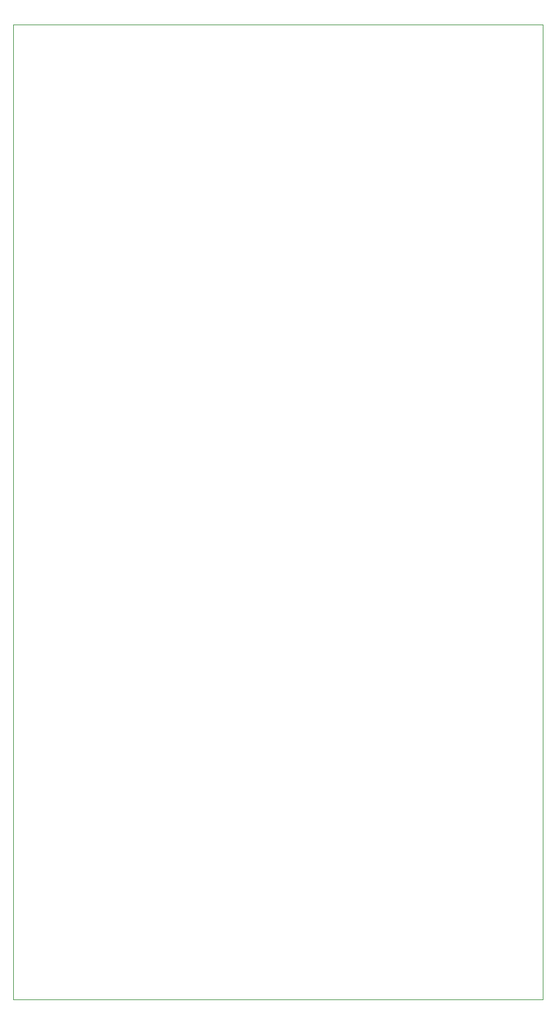
<source format=gm1>
%TF.GenerationSoftware,KiCad,Pcbnew,5.1.7*%
%TF.CreationDate,2020-11-08T18:38:21+01:00*%
%TF.ProjectId,AS3320-VCF,41533333-3230-42d5-9643-462e6b696361,rev?*%
%TF.SameCoordinates,Original*%
%TF.FileFunction,Profile,NP*%
%FSLAX46Y46*%
G04 Gerber Fmt 4.6, Leading zero omitted, Abs format (unit mm)*
G04 Created by KiCad (PCBNEW 5.1.7) date 2020-11-08 18:38:21*
%MOMM*%
%LPD*%
G01*
G04 APERTURE LIST*
%TA.AperFunction,Profile*%
%ADD10C,0.050000*%
%TD*%
G04 APERTURE END LIST*
D10*
X173030000Y-25650000D02*
X173030000Y-156710000D01*
X101780000Y-25650000D02*
X173030000Y-25650000D01*
X101780000Y-156710000D02*
X101780000Y-25650000D01*
X173030000Y-156710000D02*
X101780000Y-156710000D01*
M02*

</source>
